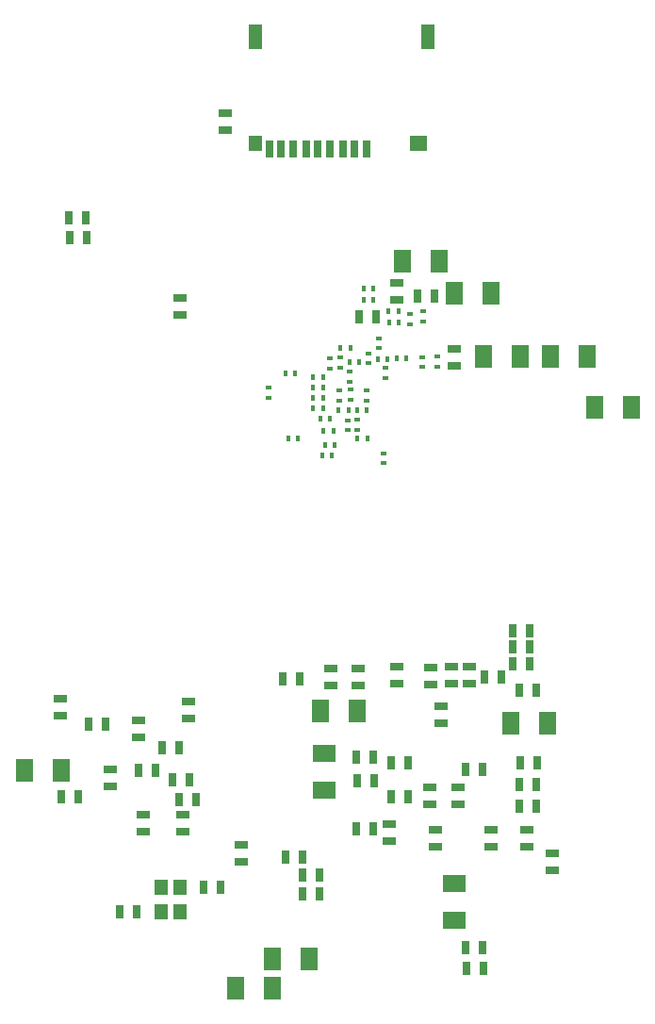
<source format=gbp>
G04 #@! TF.FileFunction,Paste,Bot*
%FSLAX46Y46*%
G04 Gerber Fmt 4.6, Leading zero omitted, Abs format (unit mm)*
G04 Created by KiCad (PCBNEW 0.201502071101+5410~21~ubuntu14.04.1-product) date mié 11 mar 2015 22:43:00 COT*
%MOMM*%
G01*
G04 APERTURE LIST*
%ADD10C,0.150000*%
%ADD11R,1.143000X0.635000*%
%ADD12R,0.635000X1.143000*%
%ADD13R,1.524000X2.032000*%
%ADD14R,0.660400X1.574800*%
%ADD15R,1.574800X1.371600*%
%ADD16R,1.168400X2.184400*%
%ADD17R,1.168400X1.371600*%
%ADD18R,1.198880X1.399540*%
%ADD19R,0.599440X0.398780*%
%ADD20R,0.398780X0.599440*%
%ADD21R,2.032000X1.524000*%
G04 APERTURE END LIST*
D10*
D11*
X41590000Y-49342000D03*
X41590000Y-47818000D03*
D12*
X64452000Y-47710000D03*
X62928000Y-47710000D03*
D13*
X66239000Y-47400000D03*
X69541000Y-47400000D03*
D11*
X61070000Y-47982000D03*
X61070000Y-46458000D03*
D13*
X61559000Y-44560000D03*
X64861000Y-44560000D03*
D11*
X66160000Y-53922000D03*
X66160000Y-52398000D03*
D13*
X68809000Y-53060000D03*
X72111000Y-53060000D03*
D11*
X42290000Y-84098000D03*
X42290000Y-85622000D03*
D12*
X43708000Y-100790000D03*
X45232000Y-100790000D03*
X37632000Y-103010000D03*
X36108000Y-103010000D03*
D11*
X30800000Y-83838000D03*
X30800000Y-85362000D03*
D12*
X30858000Y-92640000D03*
X32382000Y-92640000D03*
D11*
X47070000Y-96918000D03*
X47070000Y-98442000D03*
X35280000Y-91702000D03*
X35280000Y-90178000D03*
D12*
X41458000Y-92860000D03*
X42982000Y-92860000D03*
X41442000Y-88250000D03*
X39918000Y-88250000D03*
D11*
X37800000Y-85758000D03*
X37800000Y-87282000D03*
D13*
X30857000Y-90279800D03*
X27555000Y-90279800D03*
D12*
X31628000Y-42390000D03*
X33152000Y-42390000D03*
X31608000Y-40680000D03*
X33132000Y-40680000D03*
D14*
X58355200Y-34480000D03*
X57263000Y-34480000D03*
X56170800Y-34480000D03*
X55053200Y-34480000D03*
X53961000Y-34480000D03*
X52868800Y-34480000D03*
X51751200Y-34480000D03*
X50659000Y-34480000D03*
X49566800Y-34480000D03*
D15*
X62952600Y-33972000D03*
D16*
X63867000Y-24370800D03*
X48373000Y-24370800D03*
D17*
X48347600Y-33972000D03*
D11*
X45600000Y-32792000D03*
X45600000Y-31268000D03*
D18*
X41550000Y-100780000D03*
X41550000Y-102979640D03*
X39850740Y-102979640D03*
X39850740Y-100780000D03*
D19*
X59840000Y-62679580D03*
X59840000Y-61780420D03*
D20*
X59330420Y-53330000D03*
X60229580Y-53330000D03*
D19*
X59440000Y-52379580D03*
X59440000Y-51480420D03*
D20*
X54439580Y-55000000D03*
X53540420Y-55000000D03*
X54419580Y-55890000D03*
X53520420Y-55890000D03*
X55229580Y-61950000D03*
X54330420Y-61950000D03*
D19*
X55060000Y-54199580D03*
X55060000Y-53300420D03*
X56610000Y-59719580D03*
X56610000Y-58820420D03*
D20*
X58349580Y-57890000D03*
X57450420Y-57890000D03*
X55369580Y-59760000D03*
X54470420Y-59760000D03*
D19*
X60000000Y-55049580D03*
X60000000Y-54150420D03*
D20*
X51270420Y-60440000D03*
X52169580Y-60440000D03*
X54414580Y-56815000D03*
X53515420Y-56815000D03*
X51929580Y-54640000D03*
X51030420Y-54640000D03*
X54414580Y-57715000D03*
X53515420Y-57715000D03*
X55790420Y-57930000D03*
X56689580Y-57930000D03*
X55059580Y-58720000D03*
X54160420Y-58720000D03*
X61919580Y-53270000D03*
X61020420Y-53270000D03*
D19*
X49510000Y-55900420D03*
X49510000Y-56799580D03*
D20*
X56879580Y-52300000D03*
X55980420Y-52300000D03*
D13*
X78779000Y-57690000D03*
X82081000Y-57690000D03*
X74869000Y-53070000D03*
X78171000Y-53070000D03*
D19*
X58510000Y-53719580D03*
X58510000Y-52820420D03*
X58340000Y-56170420D03*
X58340000Y-57069580D03*
X56850000Y-56090420D03*
X56850000Y-56989580D03*
X56820000Y-55359580D03*
X56820000Y-54460420D03*
D20*
X57679580Y-53650000D03*
X56780420Y-53650000D03*
D19*
X55960000Y-54079580D03*
X55960000Y-53180420D03*
X57520000Y-58800420D03*
X57520000Y-59699580D03*
D20*
X58409580Y-60480000D03*
X57510420Y-60480000D03*
X55479580Y-61020000D03*
X54580420Y-61020000D03*
D19*
X55870000Y-56160420D03*
X55870000Y-57059580D03*
X62250000Y-50229580D03*
X62250000Y-49330420D03*
X63430000Y-49959580D03*
X63430000Y-49060420D03*
D20*
X61199580Y-49060000D03*
X60300420Y-49060000D03*
X61229580Y-50090000D03*
X60330420Y-50090000D03*
D19*
X63280000Y-54059580D03*
X63280000Y-53160420D03*
X64690000Y-54029580D03*
X64690000Y-53130420D03*
D20*
X58929580Y-48050000D03*
X58030420Y-48050000D03*
X58949580Y-47040000D03*
X58050420Y-47040000D03*
D12*
X59162000Y-49525000D03*
X57638000Y-49525000D03*
X33358000Y-86150000D03*
X34882000Y-86150000D03*
X39322000Y-90280000D03*
X37798000Y-90280000D03*
D11*
X41790000Y-95802000D03*
X41790000Y-94278000D03*
D12*
X42422000Y-91150000D03*
X40898000Y-91150000D03*
D11*
X38270000Y-95802000D03*
X38270000Y-94278000D03*
X75030000Y-97708000D03*
X75030000Y-99232000D03*
D12*
X52532000Y-98050000D03*
X51008000Y-98050000D03*
D11*
X72710000Y-97152000D03*
X72710000Y-95628000D03*
X57552400Y-81110400D03*
X57552400Y-82634400D03*
D12*
X73602000Y-91530000D03*
X72078000Y-91530000D03*
D11*
X64110000Y-80998000D03*
X64110000Y-82522000D03*
D12*
X57398000Y-89050000D03*
X58922000Y-89050000D03*
X67204400Y-106180200D03*
X68728400Y-106180200D03*
D11*
X65970000Y-80988000D03*
X65970000Y-82512000D03*
D12*
X57488000Y-91229000D03*
X59012000Y-91229000D03*
X52292000Y-82060000D03*
X50768000Y-82060000D03*
D11*
X67530000Y-80988000D03*
X67530000Y-82512000D03*
X55139400Y-81085000D03*
X55139400Y-82609000D03*
X61020000Y-80988000D03*
X61020000Y-82512000D03*
D12*
X57398000Y-95550000D03*
X58922000Y-95550000D03*
D11*
X60330000Y-96582000D03*
X60330000Y-95058000D03*
X69540000Y-97142000D03*
X69540000Y-95618000D03*
X64540000Y-97122000D03*
X64540000Y-95598000D03*
D12*
X73592000Y-83070000D03*
X72068000Y-83070000D03*
X73579800Y-93505600D03*
X72055800Y-93505600D03*
X60528000Y-89590000D03*
X62052000Y-89590000D03*
X60538000Y-92670000D03*
X62062000Y-92670000D03*
D11*
X66556700Y-93327800D03*
X66556700Y-91803800D03*
D12*
X67306000Y-108085200D03*
X68830000Y-108085200D03*
X68752000Y-90160000D03*
X67228000Y-90160000D03*
D11*
X63990000Y-93322000D03*
X63990000Y-91798000D03*
X65020000Y-84508000D03*
X65020000Y-86032000D03*
D12*
X73612000Y-89610000D03*
X72088000Y-89610000D03*
X52578000Y-99700000D03*
X54102000Y-99700000D03*
X52608000Y-101320000D03*
X54132000Y-101320000D03*
D21*
X54555200Y-92083200D03*
X54555200Y-88781200D03*
X66188400Y-103691000D03*
X66188400Y-100389000D03*
D13*
X57488900Y-84920400D03*
X54186900Y-84920400D03*
X53145500Y-107170800D03*
X49843500Y-107170800D03*
X71243000Y-86025300D03*
X74545000Y-86025300D03*
X46579600Y-109837800D03*
X49881600Y-109837800D03*
D12*
X71448000Y-77760000D03*
X72972000Y-77760000D03*
X71438000Y-79170000D03*
X72962000Y-79170000D03*
X71428000Y-80660000D03*
X72952000Y-80660000D03*
X68928000Y-81900000D03*
X70452000Y-81900000D03*
M02*

</source>
